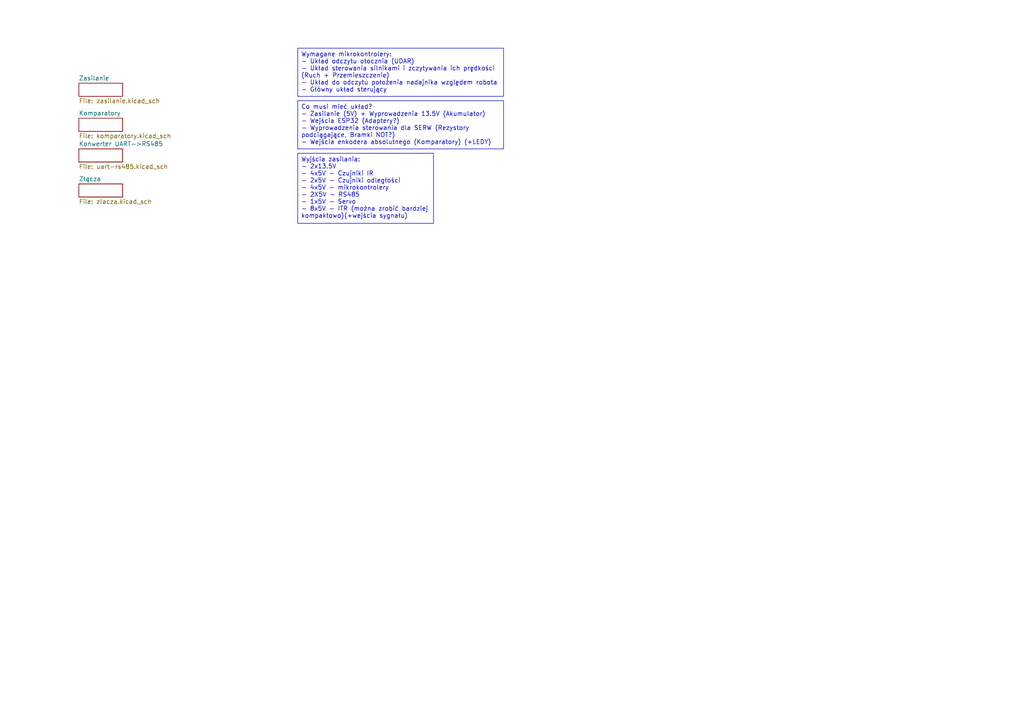
<source format=kicad_sch>
(kicad_sch
	(version 20231120)
	(generator "eeschema")
	(generator_version "8.0")
	(uuid "fba27fc7-bf2f-43f3-b631-7f15fcce342e")
	(paper "A4")
	(lib_symbols)
	(text_box "Wyjścia zasilania:\n- 2x13.5V\n- 4x5V - Czujniki IR\n- 2x5V - Czujniki odległości\n- 4x5V - mikrokontrolery\n- 2X5V - RS485\n- 1x5V - Servo\n- 8x5V - ITR (można zrobić bardziej kompaktowo)(+wejścia sygnału)\n"
		(exclude_from_sim no)
		(at 86.36 44.45 0)
		(size 39.37 20.32)
		(stroke
			(width 0)
			(type default)
		)
		(fill
			(type none)
		)
		(effects
			(font
				(size 1.27 1.27)
			)
			(justify left top)
		)
		(uuid "3abae3fc-aed0-4298-885d-b3017a27fab7")
	)
	(text_box "Wymagane mikrokontrolery:\n- Układ odczytu otocznia (UDAR)\n- Układ sterowania silnikami i zczytywania ich prędkości (Ruch + Przemieszczenie)\n- Układ do odczytu położenia nadajnika względem robota\n- Główny układ sterujący\n\n"
		(exclude_from_sim no)
		(at 86.36 13.97 0)
		(size 59.69 13.97)
		(stroke
			(width 0)
			(type default)
		)
		(fill
			(type none)
		)
		(effects
			(font
				(size 1.27 1.27)
			)
			(justify left top)
		)
		(uuid "a44f7786-9ad3-42d6-848d-827dd73ac47d")
	)
	(text_box "Co musi mieć układ?\n- Zasilanie (5V) + Wyprowadzenia 13.5V (Akumulator)\n- Wejścia ESP32 (Adaptery?)\n- Wyprowadzenia sterowania dla SERW (Rezystory podciągające, Bramki NOT?)\n- Wejścia enkodera absolutnego (Komparatory) (+LEDY)\n"
		(exclude_from_sim no)
		(at 86.36 29.21 0)
		(size 59.69 13.97)
		(stroke
			(width 0)
			(type default)
		)
		(fill
			(type none)
		)
		(effects
			(font
				(size 1.27 1.27)
			)
			(justify left top)
		)
		(uuid "c4b11df8-8fad-459e-8716-949b89db6f1b")
	)
	(sheet
		(at 22.86 43.18)
		(size 12.7 3.81)
		(fields_autoplaced yes)
		(stroke
			(width 0.1524)
			(type solid)
		)
		(fill
			(color 0 0 0 0.0000)
		)
		(uuid "1e39c7ca-7a19-4073-b417-9ed9c1d61817")
		(property "Sheetname" "Konwerter UART->RS485"
			(at 22.86 42.4684 0)
			(effects
				(font
					(size 1.27 1.27)
				)
				(justify left bottom)
			)
		)
		(property "Sheetfile" "uart-rs485.kicad_sch"
			(at 22.86 47.5746 0)
			(effects
				(font
					(size 1.27 1.27)
				)
				(justify left top)
			)
		)
		(instances
			(project "Projekt elektroniki"
				(path "/fba27fc7-bf2f-43f3-b631-7f15fcce342e"
					(page "4")
				)
			)
		)
	)
	(sheet
		(at 22.86 34.29)
		(size 12.7 3.81)
		(fields_autoplaced yes)
		(stroke
			(width 0.1524)
			(type solid)
		)
		(fill
			(color 0 0 0 0.0000)
		)
		(uuid "28491c69-e13d-4e08-803f-8b2a35886090")
		(property "Sheetname" "Komparatory"
			(at 22.86 33.5784 0)
			(effects
				(font
					(size 1.27 1.27)
				)
				(justify left bottom)
			)
		)
		(property "Sheetfile" "komparatory.kicad_sch"
			(at 22.86 38.6846 0)
			(effects
				(font
					(size 1.27 1.27)
				)
				(justify left top)
			)
		)
		(instances
			(project "Projekt elektroniki"
				(path "/fba27fc7-bf2f-43f3-b631-7f15fcce342e"
					(page "3")
				)
			)
		)
	)
	(sheet
		(at 22.86 53.34)
		(size 12.7 3.81)
		(fields_autoplaced yes)
		(stroke
			(width 0.1524)
			(type solid)
		)
		(fill
			(color 0 0 0 0.0000)
		)
		(uuid "904b2fbb-571e-4d04-8062-6784a5c34841")
		(property "Sheetname" "Złącza"
			(at 22.86 52.6284 0)
			(effects
				(font
					(size 1.27 1.27)
				)
				(justify left bottom)
			)
		)
		(property "Sheetfile" "zlacza.kicad_sch"
			(at 22.86 57.7346 0)
			(effects
				(font
					(size 1.27 1.27)
				)
				(justify left top)
			)
		)
		(instances
			(project "Projekt elektroniki"
				(path "/fba27fc7-bf2f-43f3-b631-7f15fcce342e"
					(page "5")
				)
			)
		)
	)
	(sheet
		(at 22.86 24.13)
		(size 12.7 3.81)
		(fields_autoplaced yes)
		(stroke
			(width 0.1524)
			(type solid)
		)
		(fill
			(color 0 0 0 0.0000)
		)
		(uuid "c937ca80-3213-4bc1-b0ed-3b97d3afe9ce")
		(property "Sheetname" "Zasilanie"
			(at 22.86 23.4184 0)
			(effects
				(font
					(size 1.27 1.27)
				)
				(justify left bottom)
			)
		)
		(property "Sheetfile" "zasilanie.kicad_sch"
			(at 22.86 28.5246 0)
			(effects
				(font
					(size 1.27 1.27)
				)
				(justify left top)
			)
		)
		(instances
			(project "Projekt elektroniki"
				(path "/fba27fc7-bf2f-43f3-b631-7f15fcce342e"
					(page "2")
				)
			)
		)
	)
	(sheet_instances
		(path "/"
			(page "1")
		)
	)
)

</source>
